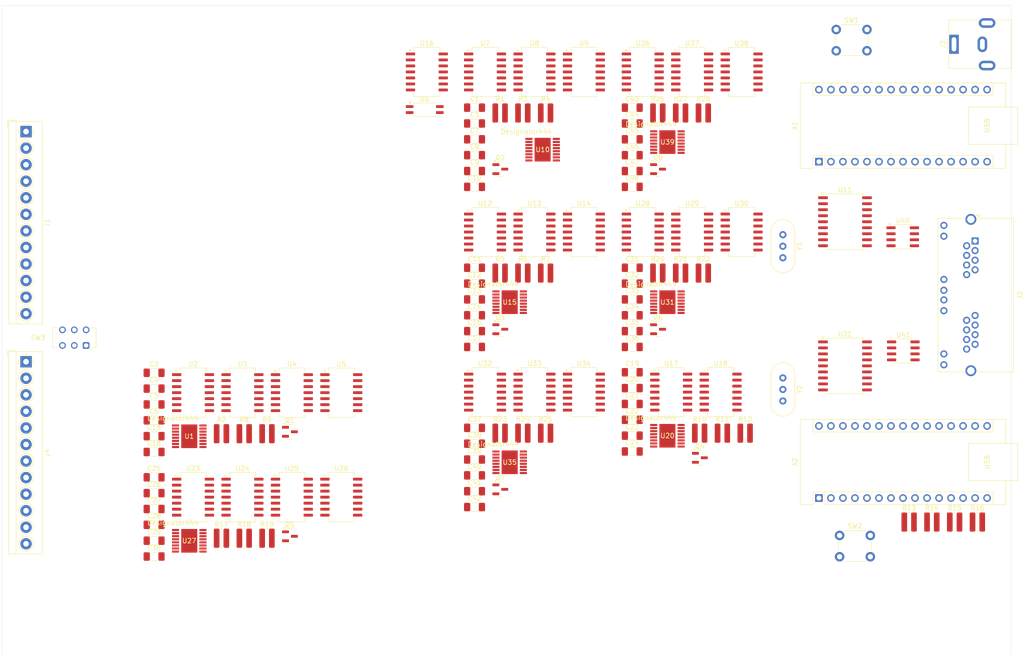
<source format=kicad_pcb>
(kicad_pcb (version 20240108) (generator "pcbnew") (generator_version "8.0")
  (layers (0 "F.Cu" signal) (31 "B.Cu" signal) (34 "B.Paste" user) (35 "F.Paste" user) (36 "B.SilkS" user "B.Silkscreen") (37 "F.SilkS" user "F.Silkscreen") (38 "B.Mask" user) (39 "F.Mask" user) (44 "Edge.Cuts" user))
  (net 0 "")
  (net 1 "/dcc_en_C")
  (net 2 "GND")
  (net 3 "/dcc_en_B")
  (net 4 "+3.3V")
  (net 5 "/dir_A")
  (net 6 "/copi_1")
  (net 8 "VIN")
  (net 9 "/pwm_C")
  (net 10 "/dcc_en_A")
  (net 11 "/sck_1")
  (net 12 "+5V")
  (net 13 "/~{reset_1}")
  (net 14 "/cs_1")
  (net 15 "/dcc_en_D")
  (net 16 "/pwm_D")
  (net 17 "/cipo_1")
  (net 18 "/dir_B")
  (net 19 "/dcc_p")
  (net 20 "/dir_D")
  (net 21 "/pwm_A")
  (net 22 "/sense_B")
  (net 23 "/sense_D")
  (net 24 "/~{led_1}")
  (net 25 "/dir_C")
  (net 26 "/pwm_B")
  (net 27 "/sense_C")
  (net 28 "/sense_A")
  (net 29 "/sense_H")
  (net 30 "/dcc_en_H")
  (net 31 "/dcc_en_F")
  (net 32 "/sck_2")
  (net 33 "/dir_G")
  (net 34 "/sense_E")
  (net 35 "/~{reset_2}")
  (net 36 "/dir_E")
  (net 37 "/pwm_E")
  (net 38 "/sense_F")
  (net 39 "/cipo_2")
  (net 40 "/dir_F")
  (net 41 "/copi_2")
  (net 42 "/pwm_H")
  (net 43 "/dir_H")
  (net 44 "/pwm_F")
  (net 45 "/~{led_2}")
  (net 46 "/cs_2")
  (net 47 "/dcc_en_E")
  (net 48 "/dcc_en_G")
  (net 49 "/pwm_G")
  (net 50 "/sense_G")
  (net 52 "IOREF")
  (net 53 "VTRACK")
  (net 54 "Net-(U10-VCP)")
  (net 55 "Net-(U1-VCP)")
  (net 56 "Net-(U1-CPL)")
  (net 57 "Net-(U1-CPH)")
  (net 58 "Net-(U10-CPL)")
  (net 59 "Net-(U10-CPH)")
  (net 60 "Net-(U15-VCP)")
  (net 61 "Net-(U15-CPL)")
  (net 62 "Net-(U15-CPH)")
  (net 63 "Net-(U20-VCP)")
  (net 64 "Net-(U20-CPH)")
  (net 65 "Net-(U20-CPL)")
  (net 66 "Net-(U27-VCP)")
  (net 67 "Net-(U27-CPH)")
  (net 68 "Net-(U27-CPL)")
  (net 69 "Net-(U31-VCP)")
  (net 70 "Net-(U31-CPL)")
  (net 71 "Net-(U31-CPH)")
  (net 72 "Net-(U35-VCP)")
  (net 73 "Net-(U35-CPL)")
  (net 74 "Net-(U35-CPH)")
  (net 75 "Net-(U39-VCP)")
  (net 76 "Net-(U39-CPL)")
  (net 77 "Net-(U39-CPH)")
  (net 78 "/raw_dcc_n")
  (net 79 "/raw_dcc_p")
  (net 80 "/can_h")
  (net 81 "/can_l")
  (net 82 "/pwr_p")
  (net 83 "/can_shield")
  (net 84 "/pwr_n")
  (net 85 "3v3_IOREF")
  (net 86 "Net-(Q1-D)")
  (net 87 "Net-(Q2-D)")
  (net 88 "Net-(Q3-D)")
  (net 89 "Net-(Q4-D)")
  (net 90 "Net-(Q5-D)")
  (net 91 "Net-(Q6-D)")
  (net 92 "Net-(Q7-D)")
  (net 93 "Net-(Q8-D)")
  (net 94 "Net-(U10-FAULT_N)")
  (net 95 "Net-(U1-FAULT_N)")
  (net 96 "Net-(U15-FAULT_N)")
  (net 97 "Net-(U20-FAULT_N)")
  (net 98 "Net-(J2-Pad10)")
  (net 99 "Net-(J2-Pad24)")
  (net 100 "Net-(J2-Pad12)")
  (net 101 "Net-(J2-Pad22)")
  (net 102 "Net-(U27-FAULT_N)")
  (net 103 "Net-(U31-FAULT_N)")
  (net 104 "Net-(U35-FAULT_N)")
  (net 105 "Net-(U39-FAULT_N)")
  (net 106 "Net-(U1-EN_IN1)")
  (net 107 "Net-(U1-PH_IN2)")
  (net 108 "Net-(U2-Pad12)")
  (net 109 "Net-(U2-Pad10)")
  (net 110 "Net-(U2-Pad11)")
  (net 111 "Net-(U2-Pad8)")
  (net 112 "Net-(U2-Pad6)")
  (net 113 "/dcc_n")
  (net 114 "Net-(U17-Pad12)")
  (net 115 "Net-(U3-Pad3)")
  (net 116 "Net-(U17-Pad6)")
  (net 117 "Net-(U3-Pad4)")
  (net 118 "Net-(U20-EN_IN1)")
  (net 119 "Net-(U17-Pad8)")
  (net 120 "Net-(U3-Pad5)")
  (net 121 "Net-(U12-Pad11)")
  (net 122 "Net-(U5-Pad6)")
  (net 123 "Net-(U5-Pad8)")
  (net 124 "Net-(U12-Pad10)")
  (net 125 "Net-(U7-Pad6)")
  (net 126 "Net-(U7-Pad12)")
  (net 127 "Net-(U7-Pad8)")
  (net 128 "Net-(U8-Pad6)")
  (net 129 "Net-(U8-Pad12)")
  (net 130 "Net-(U8-Pad8)")
  (net 131 "Net-(U10-EN_IN1)")
  (net 132 "Net-(U18-Pad12)")
  (net 133 "Net-(U20-PH_IN2)")
  (net 134 "Net-(U18-Pad8)")
  (net 135 "Net-(U10-PH_IN2)")
  (net 136 "Net-(U18-Pad6)")
  (net 137 "Net-(U11-OSC1)")
  (net 138 "Net-(U11-TXCAN)")
  (net 139 "Net-(U11-OSC2)")
  (net 142 "Net-(U11-RXCAN)")
  (net 148 "Net-(U12-Pad12)")
  (net 149 "Net-(U12-Pad8)")
  (net 150 "Net-(U12-Pad6)")
  (net 151 "Net-(U13-Pad6)")
  (net 152 "Net-(U13-Pad12)")
  (net 153 "Net-(U13-Pad8)")
  (net 154 "Net-(U15-PH_IN2)")
  (net 155 "Net-(U15-EN_IN1)")
  (net 156 "Net-(U16-Pad4)")
  (net 157 "Net-(U16-Pad2)")
  (net 159 "Net-(U21-OSC2)")
  (net 164 "Net-(U21-TXCAN)")
  (net 165 "Net-(U21-OSC1)")
  (net 167 "Net-(U21-RXCAN)")
  (net 169 "Net-(U23-Pad12)")
  (net 170 "Net-(U23-Pad8)")
  (net 171 "Net-(U23-Pad2)")
  (net 172 "Net-(U23-Pad6)")
  (net 173 "Net-(U23-Pad4)")
  (net 174 "Net-(U23-Pad10)")
  (net 175 "Net-(U24-Pad8)")
  (net 176 "Net-(U24-Pad6)")
  (net 177 "Net-(U24-Pad12)")
  (net 178 "Net-(U25-Pad8)")
  (net 179 "Net-(U25-Pad12)")
  (net 180 "Net-(U25-Pad6)")
  (net 181 "Net-(U27-EN_IN1)")
  (net 182 "Net-(U26-Pad9)")
  (net 183 "Net-(U26-Pad10)")
  (net 184 "Net-(U26-Pad11)")
  (net 185 "Net-(U27-PH_IN2)")
  (net 186 "Net-(U39-EN_IN1)")
  (net 187 "Net-(U28-Pad6)")
  (net 188 "Net-(U28-Pad8)")
  (net 189 "Net-(U28-Pad12)")
  (net 190 "Net-(U29-Pad6)")
  (net 191 "Net-(U29-Pad8)")
  (net 192 "Net-(U29-Pad12)")
  (net 193 "Net-(U30-Pad9)")
  (net 194 "Net-(U31-EN_IN1)")
  (net 195 "Net-(U30-Pad10)")
  (net 196 "Net-(U39-PH_IN2)")
  (net 197 "Net-(U30-Pad11)")
  (net 198 "Net-(U31-PH_IN2)")
  (net 199 "Net-(U32-Pad6)")
  (net 200 "Net-(U32-Pad8)")
  (net 201 "Net-(U32-Pad12)")
  (net 202 "Net-(U33-Pad8)")
  (net 203 "Net-(U33-Pad6)")
  (net 204 "Net-(U33-Pad12)")
  (net 205 "Net-(U35-PH_IN2)")
  (net 206 "Net-(U35-EN_IN1)")
  (net 207 "Net-(U36-Pad2)")
  (net 208 "Net-(U36-Pad4)")
  (net 209 "/out2_D")
  (net 210 "/out1_C")
  (net 211 "/out1_A")
  (net 212 "/out1_B")
  (net 213 "/out1_D")
  (net 214 "/out2_C")
  (net 215 "/out2_B")
  (net 216 "/out2_A")
  (net 217 "/out2_G")
  (net 218 "/out1_G")
  (net 219 "/out2_H")
  (net 220 "/out2_F")
  (net 221 "/out1_H")
  (net 222 "/out1_F")
  (net 223 "/out2_E")
  (net 224 "/out1_E")
  (footprint "Package_SO:SO-14_5.3x10.2mm_P1.27mm" (layer "F.Cu") (at 58.165 119.195)
    (property "Reference" "U23")
    (property "Value" "7404")
  )
  (footprint "Package_SO:SO-14_5.3x10.2mm_P1.27mm" (layer "F.Cu") (at 153.255 29.285)
    (property "Reference" "U36")
    (property "Value" "7404")
  )
  (footprint "footprints:PWP0016J_NV" (layer "F.Cu") (at 57.365002 106.32)
    (property "Reference" "U1")
    (property "Value" "DRV8874PWPR")
  )
  (footprint "Package_SO:SO-14_5.3x10.2mm_P1.27mm" (layer "F.Cu") (at 119.905 29.285)
    (property "Reference" "U7")
    (property "Value" "7410")
  )
  (footprint "Resistor_SMD:R_0815_2038Metric_Pad1.20x4.05mm_HandSolder" (layer "F.Cu") (at 161.255 71.815)
    (property "Reference" "R21")
    (property "Value" "R1k43")
  )
  (footprint "Connector_BarrelJack:BarrelJack_CUI_PJ-063AH_Horizontal" (layer "F.Cu") (at 219.06 23.44 90)
    (property "Reference" "J3")
    (property "Value" "Barrel_Jack_MountingPin")
  )
  (footprint "Capacitor_SMD:C_1206_3216Metric_Pad1.33x1.80mm_HandSolder" (layer "F.Cu") (at 117.685 36.835)
    (property "Reference" "C1")
    (property "Value" "C100n")
  )
  (footprint "Capacitor_SMD:C_1206_3216Metric_Pad1.33x1.80mm_HandSolder" (layer "F.Cu") (at 117.685 104.535)
    (property "Reference" "C37")
    (property "Value" "C100n")
  )
  (footprint "Package_SO:SO-14_5.3x10.2mm_P1.27mm" (layer "F.Cu") (at 163.705 63.135)
    (property "Reference" "U29")
    (property "Value" "7410")
  )
  (footprint "Resistor_SMD:R_0815_2038Metric_Pad1.20x4.05mm_HandSolder" (layer "F.Cu") (at 123.095 105.665)
    (property "Reference" "R23")
    (property "Value" "R47k")
  )
  (footprint "Capacitor_SMD:C_1206_3216Metric_Pad1.33x1.80mm_HandSolder" (layer "F.Cu") (at 151.035 74.035)
    (property "Reference" "C32")
    (property "Value" "C100n")
  )
  (footprint "Package_SO:SO-14_5.3x10.2mm_P1.27mm" (layer "F.Cu") (at 89.515 97.095)
    (property "Reference" "U5")
    (property "Value" "7404")
  )
  (footprint "Capacitor_SMD:C_1206_3216Metric_Pad1.33x1.80mm_HandSolder" (layer "F.Cu") (at 117.685 121.285)
    (property "Reference" "C42")
    (property "Value" "C22n")
  )
  (footprint "Resistor_SMD:R_0815_2038Metric_Pad1.20x4.05mm_HandSolder" (layer "F.Cu") (at 73.805 127.875)
    (property "Reference" "R19")
    (property "Value" "R732")
  )
  (footprint "Capacitor_SMD:C_1206_3216Metric_Pad1.33x1.80mm_HandSolder" (layer "F.Cu") (at 151.035 87.435)
    (property "Reference" "C36")
    (property "Value" "C22n")
  )
  (footprint "Resistor_SMD:R_0815_2038Metric_Pad1.20x4.05mm_HandSolder" (layer "F.Cu") (at 68.995 105.775)
    (property "Reference" "R8")
    (property "Value" "R1k43")
  )
  (footprint "Package_SO:SO-14_5.3x10.2mm_P1.27mm" (layer "F.Cu") (at 140.805 63.135)
    (property "Reference" "U14")
    (property "Value" "7410")
  )
  (footprint "Package_TO_SOT_SMD:SOT-23" (layer "F.Cu") (at 78.655 105.37)
    (property "Reference" "Q1")
    (property "Value" "AO3400A")
  )
  (footprint "Package_TO_SOT_SMD:SOT-23" (layer "F.Cu") (at 165.325 110.87)
    (property "Reference" "Q4")
    (property "Value" "AO3400A")
  )
  (footprint "Package_SO:SOIC-8_3.9x4.9mm_P1.27mm" (layer "F.Cu") (at 208.345 88.265)
    (property "Reference" "U41")
    (property "Value" "MCP2562-E-SN")
  )
  (footprint "Capacitor_SMD:C_1206_3216Metric_Pad1.33x1.80mm_HandSolder" (layer "F.Cu") (at 49.935 118.345)
    (property "Reference" "C26")
    (property "Value" "C100n")
  )
  (footprint "TerminalBlock_4Ucon:TerminalBlock_4Ucon_1x12_P3.50mm_Horizontal" (layer "F.Cu") (at 22.86 90.5575 -90)
    (property "Reference" "J4")
    (property "Value" "Screw_Terminal_01x12")
  )
  (footprint "TerminalBlock_4Ucon:TerminalBlock_4Ucon_1x12_P3.50mm_Horizontal" (layer "F.Cu") (at 22.86 41.8975 -90)
    (property "Reference" "J1")
    (property "Value" "Screw_Terminal_01x12")
  )
  (footprint "Resistor_SMD:R_0815_2038Metric_Pad1.20x4.05mm_HandSolder" (layer "F.Cu") (at 156.445 37.965)
    (property "Reference" "R26")
    (property "Value" "R47k")
  )
  (footprint "Capacitor_SMD:C_1206_3216Metric_Pad1.33x1.80mm_HandSolder" (layer "F.Cu") (at 151.035 53.585)
    (property "Reference" "C48")
    (property "Value" "C22n")
  )
  (footprint "Package_SO:SO-14_5.3x10.2mm_P1.27mm" (layer "F.Cu") (at 130.355 63.135)
    (property "Reference" "U13")
    (property "Value" "7410")
  )
  (footprint "Resistor_SMD:R_0815_2038Metric_Pad1.20x4.05mm_HandSolder" (layer "F.Cu") (at 68.995 127.875)
    (property "Reference" "R18")
    (property "Value" "R1k43")
  )
  (footprint "Package_TO_SOT_SMD:SOT-23" (layer "F.Cu") (at 156.485 49.84)
    (property "Reference" "Q8")
    (property "Value" "AO3400A")
  )
  (footprint "Package_SO:SO-14_5.3x10.2mm_P1.27mm" (layer "F.Cu") (at 89.515 119.195)
    (property "Reference" "U26")
    (property "Value" "7410")
  )
  (footprint "Package_SO:SOP-4_4.4x2.6mm_P1.27mm" (layer "F.Cu") (at 107.1525 37.245)
    (property "Reference" "U6")
    (property "Value" "ACPL-214-500E")
  )
  (footprint "Resistor_SMD:R_0815_2038Metric_Pad1.20x4.05mm_HandSolder" (layer "F.Cu") (at 132.715 105.665)
    (property "Reference" "R25")
    (property "Value" "R732")
  )
  (footprint "Capacitor_SMD:C_1206_3216Metric_Pad1.33x1.80mm_HandSolder" (layer "F.Cu") (at 49.935 109.645)
    (property "Reference" "C18")
    (property "Value" "C22n")
  )
  (footprint "Capacitor_SMD:C_1206_3216Metric_Pad1.33x1.80mm_HandSolder" (layer "F.Cu") (at 151.035 96.135)
    (property "Reference" "C20")
    (property "Value" "C100n")
  )
  (footprint "Button_Switch_THT:SW_CK_JS202011CQN_DPDT_Straight" (layer "F.Cu") (at 35.56 87.12 180)
    (property "Reference" "SW3")
    (property "Value" "SW_Slide_DPDT" (hide yes))
  )
  (footprint "Capacitor_SMD:C_1206_3216Metric_Pad1.33x1.80mm_HandSolder" (layer "F.Cu") (at 49.935 99.595)
    (property "Reference" "C5")
    (property "Value" "C100n")
  )
  (footprint "Resistor_SMD:R_0815_2038Metric_Pad1.20x4.05mm_HandSolder" (layer "F.Cu") (at 127.905 105.665)
    (property "Reference" "R24")
    (property "Value" "R1k43")
  )
  (footprint "Package_SO:SO-14_5.3x10.2mm_P1.27mm" (layer "F.Cu") (at 174.155 29.285)
    (property "Reference" "U38")
    (property "Value" "7410")
  )
  (footprint "Package_SO:SO-14_5.3x10.2mm_P1.27mm" (layer "F.Cu") (at 159.265 96.985)
    (property "Reference" "U17")
    (property "Value" "7410")
  )
  (footprint "Resistor_SMD:R_0815_2038Metric_Pad1.20x4.05mm_HandSolder" (layer "F.Cu") (at 64.185 127.875)
    (property "Reference" "R17")
    (property "Value" "R47k")
  )
  (footprint "Capacitor_SMD:C_1206_3216Metric_Pad1.33x1.80mm_HandSolder" (layer "F.Cu") (at 49.935 114.995)
    (property "Reference" "C25")
    (property "Value" "C100n")
  )
  (footprint "Capacitor_SMD:C_1206_3216Metric_Pad1.33x1.80mm_HandSolder" (layer "F.Cu") (at 117.685 40.185)
    (property "Reference" "C3")
    (property "Value" "C100n")
  )
  (footprint "Package_SO:SO-14_5.3x10.2mm_P1.27mm" (layer "F.Cu") (at 163.705 29.285)
    (property "Reference" "U37")
    (property "Value" "7410")
  )
  (footprint "Resistor_SMD:R_0815_2038Metric_Pad1.20x4.05mm_HandSolder" (layer "F.Cu") (at 219.195 124.46)
    (property "Reference" "R15")
    (property "Value" "R1k")
  )
  (footprint "Capacitor_SMD:C_1206_3216Metric_Pad1.33x1.80mm_HandSolder" (layer "F.Cu") (at 117.685 117.935)
    (property "Reference" "C41")
    (property "Value" "C22n")
  )
  (footprint "Package_TO_SOT_SMD:SOT-23" (layer "F.Cu") (at 78.655 127.47)
    (property "Reference" "Q5")
    (property "Value" "AO3400A")
  )
  (footprint "Capacitor_SMD:C_1206_3216Metric_Pad1.33x1.80mm_HandSolder" (layer "F.Cu") (at 117.685 53.585)
    (property "Reference" "C10")
    (property "Value" "C22n")
  )
  (footprint "Resistor_SMD:R_0815_2038Metric_Pad1.20x4.05mm_HandSolder" (layer "F.Cu") (at 132.715 37.965)
    (property "Reference" "R4")
    (property "Value" "R732")
  )
  (footprint "Capacitor_SMD:C_1206_3216Metric_Pad1.33x1.80mm_HandSolder" (layer "F.Cu") (at 151.035 109.535)
    (property "Reference" "C24")
    (property "Value" "C22n")
  )
  (footprint "footprints:PWP0016J_NV" (layer "F.Cu") (at 125.115002 77.97)
    (property "Reference" "U15")
    (property "Value" "DRV8874PWPR")
  )
  (footprint "Package_SO:SO-14_5.3x10.2mm_P1.27mm" (layer "F.Cu") (at 119.905 63.135)
    (property "Reference" "U12")
    (property "Value" "7410")
  )
  (footprint "Capacitor_SMD:C_1206_3216Metric_Pad1.33x1.80mm_HandSolder" (layer "F.Cu") (at 117.685 107.885)
    (property "Reference" "C38")
    (property "Value" "C100n")
  )
  (footprint "Package_SO:SO-14_5.3x10.2mm_P1.27mm" (layer "F.Cu") (at 169.715 96.985)
    (property "Reference" "U18")
    (property "Value" "7410")
  )
  (footprint "Resistor_SMD:R_0815_2038Metric_Pad1.20x4.05mm_HandSolder" (layer "F.Cu") (at 170.095 105.665)
    (property "Reference" "R11")
    (property "Value" "R1k43")
  )
  (footprint "footprints:PWP0016J_NV" (layer "F.Cu") (at 158.465002 44.12)
    (property "Reference" "U39")
    (property "Value" "DRV8874PWPR")
  )
  (footprint "Resistor_SMD:R_0815_2038Metric_Pad1.20x4.05mm_HandSolder" (layer "F.Cu") (at 166.065 37.965)
    (property "Reference" "R28")
    (property "Value" "R732")
  )
  (footprint "Resistor_SMD:R_0815_2038Metric_Pad1.20x4.05mm_HandSolder" (layer "F.Cu") (at 132.715 71.815)
    (property "Reference" "R7")
    (property "Value" "R732")
  )
  (footprint "Package_SO:SO-14_5.3x10.2mm_P1.27mm" (layer "F.Cu") (at 174.155 63.135)
    (property "Reference" "U30")
    (property "Value" "7410")
  )
  (footprint "Capacitor_SMD:C_1206_3216Metric_Pad1.33x1.80mm_HandSolder" (layer "F.Cu") (at 117.685 80.735)
    (property "Reference" "C14")
    (property "Value" "C100n")
  )
  (footprint "Capacitor_SMD:C_1206_3216Metric_Pad1.33x1.80mm_HandSolder" (layer "F.Cu") (at 117.685 111.235)
    (property "Reference" "C39")
    (property "Value" "C10u")
  )
  (footprint "Capacitor_SMD:C_1206_3216Metric_Pad1.33x1.80mm_HandSolder" (layer "F.Cu") (at 117.685 74.035)
    (property "Reference" "C12")
    (property "Value" "C100n")
  )
  (footprint "footprints:PWP0016J_NV" (layer "F.Cu") (at 158.465002 106.21)
    (property "Reference" "U20")
    (property "Value" "DRV8874PWPR")
  )
  (footprint "Capacitor_SMD:C_1206_3216Metric_Pad1.33x1.80mm_HandSolder" (layer "F.Cu") (at 117.685 114.585)
    (property "Reference" "C40")
    (property "Value" "C100n")
  )
  (footprint "Package_SO:SO-14_5.3x10.2mm_P1.27mm" (layer "F.Cu") (at 140.805 96.985)
    (property "Reference" "U34")
    (property "Value" "7410")
  )
  (footprint "Package_SO:SO-14_5.3x10.2mm_P1.27mm" (layer "F.Cu") (at 119.905 96.985)
    (property "Reference" "U32")
    (property "Value" "7410")
  )
  (footprint "Capacitor_SMD:C_1206_3216Metric_Pad1.33x1.80mm_HandSolder" (layer "F.Cu") (at 117.685 87.435)
    (property "Reference" "C17")
    (property "Value" "C22n")
  )
  (footprint "Capacitor_SMD:C_1206_3216Metric_Pad1.33x1.80mm_HandSolder" (layer "F.Cu") (at 117.685 84.085)
    (property "Reference" "C16")
    (property "Value" "C22n")
  )
  (footprint "footprints:PWP0016J_NV" (layer "F.Cu") (at 158.465002 77.97)
    (property "Reference" "U31")
    (property "Value" "DRV8874PWPR")
  )
  (footprint "Capacitor_SMD:C_1206_3216Metric_Pad1.33x1.80mm_HandSolder" (layer "F.Cu") (at 151.035 70.685)
    (property "Reference" "C31")
    (property "Value" "C100n")
  )
  (footprint "Resistor_SMD:R_0815_2038Metric_Pad1.20x4.05mm_HandSolder" (layer "F.Cu") (at 156.445 71.815)
    (property "Reference" "R20")
    (property "Value" "R47k")
  )
  (footprint "Module:Arduino_Nano" (layer "F.Cu") (at 190.5 48.26 90)
    (property "Reference" "A1")
    (property "Value" "Arduino_Nano_v3.x")
  )
  (footprint "Capacitor_SMD:C_1206_3216Metric_Pad1.33x1.80mm_HandSolder" (layer "F.Cu") (at 49.935 121.695)
    (property "Reference" "C27")
    (property "Value" "C10u")
  )
  (footprint "Package_TO_SOT_SMD:SOT-23" (layer "F.Cu") (at 123.135 83.69)
    (property "Reference" "Q3")
    (property "Value" "AO3400A")
  )
  (footprint "Package_SO:SO-14_5.3x10.2mm_P1.27mm" (layer "F.Cu") (at 68.615 97.095)
    (property "Reference" "U3")
    (property "Value" "7410")
  )
  (footprint "Package_SO:SOIC-8_3.9x4.9mm_P1.27mm" (layer "F.Cu") (at 208.215 64.135)
    (property "Reference" "U40")
    (property "Value" "MCP2562-E-SN")
  )
  (footprint "Capacitor_SMD:C_1206_3216Metric_Pad1.33x1.80mm_HandSolder" (layer "F.Cu") (at 151.035 84.085)
    (property "Reference" "C35")
    (property "Value" "C22n")
  )
  (footprint "Capacitor_SMD:C_1206_3216Metric_Pad1.33x1.80mm_HandSolder" (layer "F.Cu") (at 49.935 131.745)
    (property "Reference" "C30")
    (property "Value" "C22n")
  )
  (footprint "Resistor_SMD:R_0815_2038Metric_Pad1.20x4.05mm_HandSolder" (layer "F.Cu") (at 127.905 37.965)
    (property "Reference" "R3")
    (property "Value" "R1k43")
  )
  (footprint "Resistor_SMD:R_0815_2038Metric_Pad1.20x4.05mm_HandSolder" (layer "F.Cu") (at 209.575 124.46)
    (property "Reference" "R13")
    (property "Value" "R1k")
  )
  (footprint "Capacitor_SMD:C_1206_3216Metric_Pad1.33x1.80mm_HandSolder" (layer "F.Cu") (at 117.685 43.535)
    (property "Reference" "C7")
    (property "Value" "C10u")
  )
  (footprint "Capacitor_SMD:C_1206_3216Metric_Pad1.33x1.80mm_HandSolder" (layer "F.Cu") (at 151.035 99.485)
    (property "Reference" "C21")
    (property "Value" "C10u")
  )
  (footprint "Package_SO:SO-14_5.3x10.2mm_P1.27mm" (layer "F.Cu") (at 79.065 119.195)
    (property "Reference" "U25")
    (property "Value" "7410")
  )
  (footprint "Capacitor_SMD:C_1206_3216Metric_Pad1.33x1.80mm_HandSolder" (layer "F.Cu") (at 117.685 46.885)
    (property "Reference" "C8")
    (property "Value" "C100n")
  )
  (footprint "Package_SO:SO-14_5.3x10.2mm_P1.27mm" (layer "F.Cu") (at 130.355 96.985)
    (property "Reference" "U33")
    (property "Value" "7410")
  )
  (footprint "Capacitor_SMD:C_1206_3216Metric_Pad1.33x1.80mm_HandSolder" (layer "F.Cu") (at 151.035 36.835)
    (property "Reference" "C43")
    (property "Value" "C100n")
  )
  (footprint "Capacitor_SMD:C_1206_3216Metric_Pad1.33x1.80mm_HandSolder" (layer "F.Cu") (at 151.035 106.185)
    (property "Reference" "C23")
    (property "Value" "C22n")
  )
  (footprint "footprints:PWP0016J_NV" (layer "F.Cu") (at 132.08 45.72)
    (property "Reference" "U10")
    (property "Value" "DRV8874PWPR")
  )
  (footprint "Resistor_SMD:R_0815_2038Metric_Pad1.20x4.05mm_HandSolder" (layer "F.Cu") (at 123.095 71.815)
    (property "Reference" "R5")
    (property "Value" "R47k")
  )
  (footprint "Crystal:Crystal_HC49-U-3Pin_Vertical" (layer "F.Cu") (at 182.88 63.7 -90)
    (property "Reference" "Y1")
    (property "Value" "16.0 MHz,  22pF")
  )
  (footprint "Package_TO_SOT_SMD:SOT-23" (layer "F.Cu") (at 123.135 49.84)
    (property "Reference" "Q2")
    (property "Value" "AO3400A")
  )
  (footprint "Package_SO:SO-14_5.3x10.2mm_P1.27mm" (layer "F.Cu") (at 130.355 29.285)
    (property "Reference" "U8")
    (property "Value" "7410")
  )
  (footprint "Crystal:Crystal_HC49-U-3Pin_Vertical" (layer "F.Cu") (at 182.88 93.98 -90)
    (property "Reference" "Y2")
    (property "Value" "16.0 MHz,  22pF")
  )
  (footprint "footprints:PWP0016J_NV" (layer "F.Cu") (at 57.365002 128.42)
    (property "Reference" "U27")
    (property "Value" "DRV8874PWPR")
  )
  (footprint "Resistor_SMD:R_0815_2038Metric_Pad1.20x4.05mm_HandSolder" (layer "F.Cu") (at 166.065 71.815)
    (property "Reference" "R22")
    (property "Value" "R732")
  )
  (footprint "Package_SO:SO-14_5.3x10.2mm_P1.27mm" (layer "F.Cu") (at 107.6025 29.285)
    (property "Reference" "U16")
    (property "Value" "7404")
  )
  (footprint "Package_TO_SOT_SMD:SOT-23" (layer "F.Cu") (at 156.485 83.69)
    (property "Reference" "Q6")
    (property "Value" "AO3400A")
  )
  (footprint "Capacitor_SMD:C_1206_3216Metric_Pad1.33x1.80mm_HandSolder" (layer "F.Cu") (at 117.685 70.685)
    (property "Reference" "C11")
    (property "Value" "C100n")
  )
  (footprint "Resistor_SMD:R_0815_2038Metric_Pad1.20x4.05mm_HandSolder" (layer "F.Cu") (at 73.805 105.775)
    (property "Reference" "R9")
    (property "Value" "R732")
  )
  (footprint "Capacitor_SMD:C_1206_3216Metric_Pad1.33x1.80mm_HandSolder" (layer "F.Cu") (at 49.935 92.895)
    (property "Reference" "C2")
    (property "Value" "C100n")
  )
  (footprint "Capacitor_SMD:C_1206_3216Metric_Pad1.33x1.80mm_HandSolder" (layer "F.Cu") (at 151.035 46.885)
    (property "Reference" "C46")
    (property "Value" "C100n")
  )
  (footprint "Connector_RJ:RJ45_Amphenol_RJHSE538X-02" (layer "F.Cu") (at 223.52 65.03 -90)
    (property "Reference" "J2")
    (property "Value" "RJ45_LED_Shielded_x2")
  )
  (footprint "Capacitor_SMD:C_1206_3216Metric_Pad1.33x1.80mm_HandSolder" (layer "F.Cu") (at 49.935 102.945)
    (property "Reference" "C6")
    (property "Value" "C22n")
  )
  (footprint "Capacitor_SMD:C_1206_3216Metric_Pad1.33x1.80mm_HandSolder" (layer "F.Cu") (at 151.035 102.835)
    (property "Reference" "C22")
    (property "Value" "C100n")
  )
  (footprint "Capacitor_SMD:C_1206_3216Metric_Pad1.33x1.80mm_HandSolder" (layer "F.Cu") (at 151.035 50.235)
    (property "Reference" "C47")
    (property "Value" "C22n")
  )
  (footprint "Capacitor_SMD:C_1206_3216Metric_Pad1.33x1.80mm_HandSolder" (layer "F.Cu") (at 49.935 96.245)
    (property "Reference" "C4")
    (property "Value" "C100n")
  )
  (footprint "Package_SO:SOIC-18W_7.5x11.6mm_P1.27mm" (layer "F.Cu") (at 196.01 91.44)
    (property "Reference" "U21")
    (property "Value" "MCP2515-xSO")
  )
  (footprint "Capacitor_SMD:C_1206_3216Metric_Pad1.33x1.80mm_HandSolder" (layer "F.Cu") (at 151.035 40.185)
    (property "Reference" "C44")
    (property "Value" "C100n")
  )
  (footprint "Button_Switch_THT:SW_PUSH_6mm_H4.3mm" (layer "F.Cu") (at 194.16 20.32)
    (property "Reference" "SW1")
    (property "Value" "SW_Push")
  )
  (footprint "Capacitor_SMD:C_1206_3216Metric_Pad1.33x1.80mm_HandSolder" (layer "F.Cu") (at 49.935 128.395)
    (property "Reference" "C29")
    (property "Value" "C22n")
  )
  (footprint "Package_SO:SO-14_5.3x10.2mm_P1.27mm" (layer "F.Cu") (at 79.065 97.095)
    (property "Reference" "U4")
    (property "Value" "7410")
  )
  (footprint "Capacitor_SMD:C_1206_3216Metric_Pad1.33x1.80mm_HandSolder" (layer "F.Cu") (at 117.685 77.385)
    (property "Reference" "C13")
    (property "Value" "C10u")
  )
  (footprint "Resistor_SMD:R_0815_2038Metric_Pad1.20x4.05mm_HandSolder" (layer "F.Cu") (at 123.095 37.965)
    (property "Reference" "R1")
    (property "Value" "R47k")
  )
  (footprint "Package_SO:SO-14_5.3x10.2mm_P1.27mm" (layer "F.Cu") (at 140.805 29.285)
    (property "Reference" "U9")
    (property "Value" "7410")
  )
  (footprint "Package_SO:SOIC-18W_7.5x11.6mm_P1.27mm" (layer "F.Cu") (at 196.01 60.96)
    (property "Reference" "U11")
    (property "Value" "MCP2515-xSO")
  )
  (footprint "Resistor_SMD:R_0815_2038Metric_Pad1.20x4.05mm_HandSolder" (layer "F.Cu") (at 161.255 37.965)
    (property "Reference" "R27")
    (property "Value" "R1k43")
  )
  (footprint "Button_Switch_THT:SW_PUSH_6mm_H4.3mm" (layer "F.Cu") (at 194.87 127.29)
    (property "Reference" "SW2")
    (property "Value" "SW_Push")
  )
  (footprint "Resistor_SMD:R_0815_2038Metric_Pad1.20x4.05mm_HandSolder" (layer "F.Cu") (at 64.185 105.775)
    (property "Reference" "R2")
    (property "Value" "R47k")
  )
  (footprint "Resistor_SMD:R_0815_2038Metric_Pad1.20x4.05mm_HandSolder" (layer "F.Cu") (at 165.285 105.665)
    (property "Reference" "R10")
    (property "Value" "R47k")
  )
  (footprint "Package_SO:SO-14_5.3x10.2mm_P1.27mm" (layer "F.Cu") (at 58.165 97.095)
    (property "Reference" "U2")
    (property "Value" "7410")
  )
  (footprint "Resistor_SMD:R_0815_2038Metric_Pad1.20x4.05mm_HandSolder" (layer "F.Cu") (at 214.385 124.46)
    (property "Reference" "R14")
    (property "Value" "R1k")
  )
  (footprint "Resistor_SMD:R_0815_2038Metric_Pad1.20x4.05mm_HandSolder" (layer "F.Cu") (at 174.905 105.665)
    (property "Reference" "R12")
    (property "Value" "R732")
  )
  (footprint "Capacitor_SMD:C_1206_3216Metric_Pad1.33x1.80mm_HandSolder" (layer "F.Cu") (at 151.035 77.385)
    (property "Reference" "C33")
    (property "Value" "C10u")
  )
  (footprint "Module:Arduino_Nano" (layer "F.Cu") (at 190.5 119.38 90)
    (property "Reference" "A2")
    (property "Value" "Arduino_Nano_v3.x")
  )
  (footprint "footprints:PWP0016J_NV" (layer "F.Cu") (at 125.115002 111.82)
    (property "Reference" "U35")
    (property "Value" "DRV8874PWPR")
  )
  (footprint "Package_SO:SO-14_5.3x10.2mm_P1.27mm" (layer "F.Cu") (at 68.615 119.195)
    (property "Reference" "U24")
    (property "Value" "7410")
  )
  (footprint "Capacitor_SMD:C_1206_3216Metric_Pad1.33x1.80mm_HandSolder" (layer "F.Cu") (at 49.935 125.045)
    (property "Reference" "C28")
    (property "Value" "C100n")
  )
  (footprint "Capacitor_SMD:C_1206_3216Metric_Pad1.33x1.80mm_HandSolder" (layer "F.Cu") (at 151.035 92.785)
    (property "Reference" "C19")
    (property "Value" "C100n")
  )
  (footprint "Resistor_SMD:R_0815_2038Metric_Pad1.20x4.05mm_HandSolder" (layer "F.Cu") (at 224.005 124.46)
    (property "Reference" "R16")
    (property "Value" "R1k")
  )
  (footprint "Package_SO:SO-14_5.3x10.2mm_P1.27mm" (layer "F.Cu") (at 153.255 63.135)
    (property "Reference" "U28")
    (property "Value" "7410")
  )
  (footprint "Capacitor_SMD:C_1206_3216Metric_Pad1.33x1.80mm_HandSolder" (layer "F.Cu") (at 117.685 50.235)
    (property "Reference" "C9")
    (property "Value" "C22n")
  )
  (footprint "Capacitor_SMD:C_1206_3216Metric_Pad1.33x1.80mm_HandSolder" (layer "F.Cu") (at 151.035 43.535)
    (property "Reference" "C45")
    (property "Value" "C10u")
  )
  (footprint "Capacitor_SMD:C_1206_3216Metric_Pad1.33x1.80mm_HandSolder" (layer "F.Cu") (at 151.035 80.735)
    (property "Reference" "C34")
    (property "Value" "C100n")
  )
  (footprint "Package_TO_SOT_SMD:SOT-23" (layer "F.Cu") (at 123.135 117.54)
    (property "Reference" "Q7")
    (property "Value" "AO3400A")
  )
  (footprint "Resistor_SMD:R_0815_2038Metric_Pad1.20x4.05mm_HandSolder" (layer "F.Cu") (at 127.905 71.815)
    (property "Reference" "R6")
    (property "Value" "R1k43")
  )
  (footprint "Capacitor_SMD:C_1206_3216Metric_Pad1.33x1.80mm_HandSolder" (layer "F.Cu") (at 49.935 106.295)
    (property "Reference" "C15")
    (property "Value" "C10u")
  )
  (gr_rect (start 17.78 15.24) (end 231.14 152.4) (stroke (width 0.05)) (fill none) (layer "Edge.Cuts"))
)
</source>
